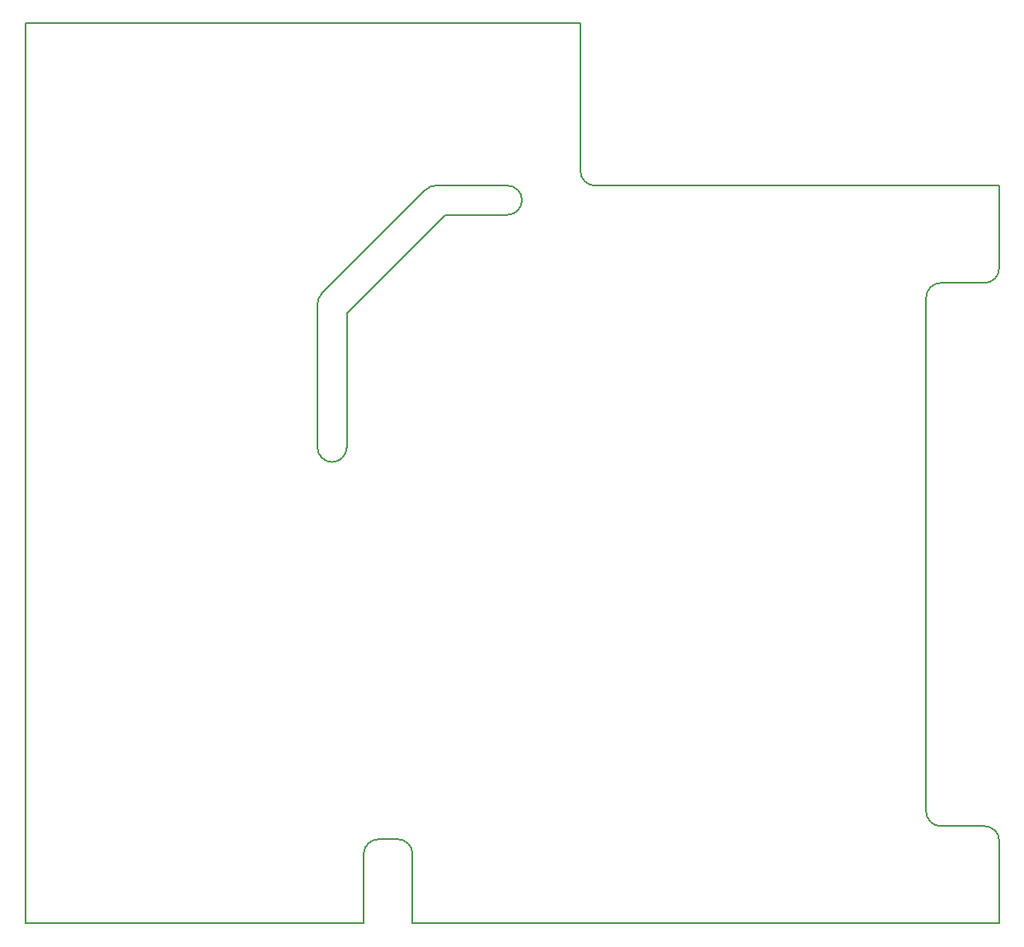
<source format=gm1>
G04 Layer_Color=16711935*
%FSLAX25Y25*%
%MOIN*%
G70*
G01*
G75*
%ADD74C,0.00787*%
D74*
X-54134Y-115157D02*
G03*
X-60039Y-121063I0J-5906D01*
G01*
X-40354D02*
G03*
X-46260Y-115157I-5906J0D01*
G01*
X173228Y109843D02*
G03*
X167323Y103937I0J-5906D01*
G01*
X190945Y109843D02*
G03*
X196851Y115748I0J5906D01*
G01*
Y-115748D02*
G03*
X190945Y-109843I-5906J0D01*
G01*
X167323Y-103937D02*
G03*
X173228Y-109843I5906J0D01*
G01*
X27559Y155118D02*
G03*
X33465Y149213I5906J0D01*
G01*
X-1969Y137401D02*
G03*
X3937Y143307I0J5906D01*
G01*
X-72835Y37402D02*
G03*
X-66929Y43307I0J5906D01*
G01*
X-78740D02*
G03*
X-72835Y37402I5906J0D01*
G01*
X3937Y143307D02*
G03*
X-1969Y149213I-5906J0D01*
G01*
X-77011Y105554D02*
G03*
X-78740Y101378I4176J-4176D01*
G01*
X-30906Y149213D02*
G03*
X-35081Y147483I0J-5906D01*
G01*
X-54134Y-115157D02*
X-46260D01*
X-40354Y-149213D02*
X196851D01*
X-196850Y-149213D02*
X-60039D01*
X-196850D02*
Y214961D01*
X-40354Y-149213D02*
Y-121063D01*
X-60039Y-149213D02*
Y-121063D01*
X-196850Y214961D02*
X27559D01*
X167323Y-103937D02*
Y103937D01*
X173228Y109843D02*
X190945D01*
X196851Y115748D02*
Y149213D01*
Y-149213D02*
Y-115748D01*
X173228Y-109843D02*
X190945D01*
X27559Y155118D02*
Y214961D01*
X33465Y149213D02*
X196851D01*
X-26969Y137401D02*
X-1969D01*
X-78740Y43307D02*
Y101378D01*
X-66929Y97441D02*
X-26969Y137401D01*
X-66929Y43307D02*
Y97441D01*
X-77011Y105554D02*
X-35081Y147483D01*
X-30906Y149213D02*
X-1969D01*
M02*

</source>
